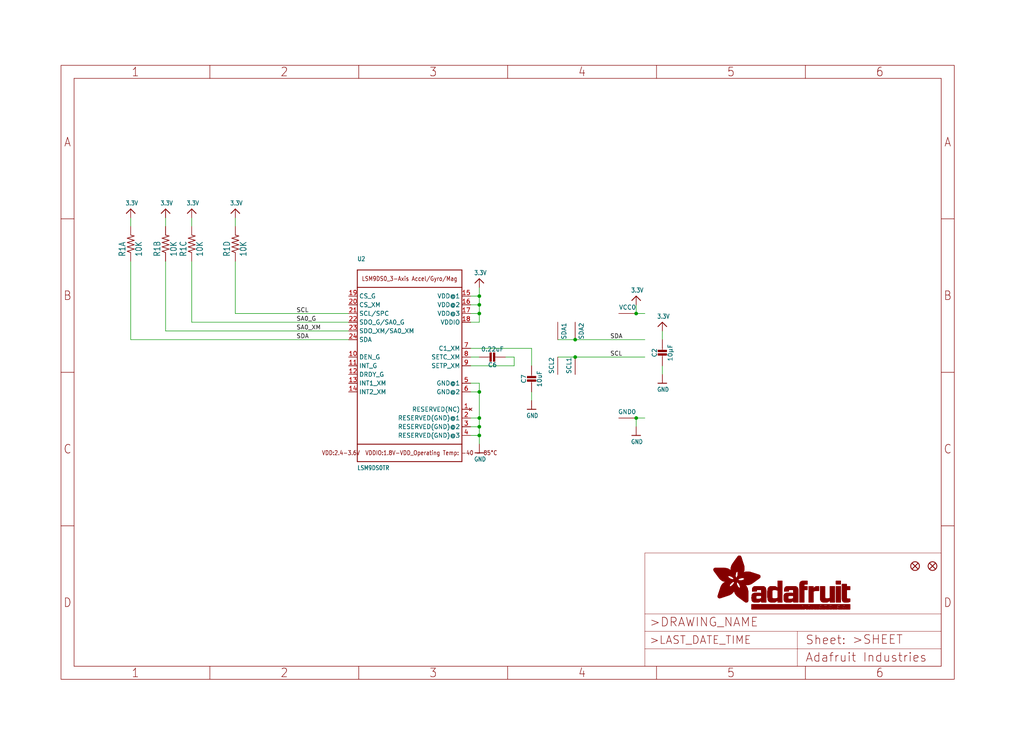
<source format=kicad_sch>
(kicad_sch (version 20211123) (generator eeschema)
  (paper "User" 298.45 217.881)
  (lib_symbols
    (symbol "schematicEagle-eagle-import:3.3V" (power)
      (property "Value" "3.3V" (at -1.524 1.016 0))
      (symbol "3.3V_1_0"
        (pin power_in line (at 0 -2.54 90) (length 2.54) (name "3.3V") (number "1"))
      )
    )
    (symbol "schematicEagle-eagle-import:CAP_CERAMIC0805-NOOUTLINE"
      (property "Reference" "C" (at -2.29 1.25 90))
      (property "Value" "CAP_CERAMIC0805-NOOUTLINE" (at 2.3 1.25 90))
      (symbol "CAP_CERAMIC0805-NOOUTLINE_1_0"
        (pin passive line (at 0 5.08 270) (length 2.54) (name "1") (number "1"))
        (pin passive line (at 0 -2.54 90) (length 2.54) (name "2") (number "2"))
      )
    )
    (symbol "schematicEagle-eagle-import:CAP_CERAMIC0805_10MGAP"
      (property "Reference" "C" (at -2.29 1.25 90))
      (property "Value" "CAP_CERAMIC0805_10MGAP" (at 2.3 1.25 90))
      (symbol "CAP_CERAMIC0805_10MGAP_1_0"
        (pin passive line (at 0 5.08 270) (length 2.54) (name "1") (number "1"))
        (pin passive line (at 0 -2.54 90) (length 2.54) (name "2") (number "2"))
      )
    )
    (symbol "schematicEagle-eagle-import:FIDUCIAL{dblquote}{dblquote}")
    (symbol "schematicEagle-eagle-import:FRAME_A4_ADAFRUIT"
      (symbol "FRAME_A4_ADAFRUIT_0_0"
        (text "1" (at 21.6958 1.905 0) (effects (font (size 2.54 2.286))))
        (text "1" (at 21.6958 177.165 0) (effects (font (size 2.54 2.286))))
        (text "2" (at 65.0875 1.905 0) (effects (font (size 2.54 2.286))))
        (text "2" (at 65.0875 177.165 0) (effects (font (size 2.54 2.286))))
        (text "3" (at 108.4792 1.905 0) (effects (font (size 2.54 2.286))))
        (text "3" (at 108.4792 177.165 0) (effects (font (size 2.54 2.286))))
        (text "4" (at 151.8708 1.905 0) (effects (font (size 2.54 2.286))))
        (text "4" (at 151.8708 177.165 0) (effects (font (size 2.54 2.286))))
        (text "5" (at 195.2625 1.905 0) (effects (font (size 2.54 2.286))))
        (text "5" (at 195.2625 177.165 0) (effects (font (size 2.54 2.286))))
        (text "6" (at 238.6542 1.905 0) (effects (font (size 2.54 2.286))))
        (text "6" (at 238.6542 177.165 0) (effects (font (size 2.54 2.286))))
        (text "A" (at 1.905 156.6863 0) (effects (font (size 2.54 2.286))))
        (text "A" (at 258.445 156.6863 0) (effects (font (size 2.54 2.286))))
        (text "B" (at 1.905 111.9188 0) (effects (font (size 2.54 2.286))))
        (text "B" (at 258.445 111.9188 0) (effects (font (size 2.54 2.286))))
        (text "C" (at 1.905 67.1513 0) (effects (font (size 2.54 2.286))))
        (text "C" (at 258.445 67.1513 0) (effects (font (size 2.54 2.286))))
        (text "D" (at 1.905 22.3838 0) (effects (font (size 2.54 2.286))))
        (text "D" (at 258.445 22.3838 0) (effects (font (size 2.54 2.286))))
      )
      (symbol "FRAME_A4_ADAFRUIT_1_0"
        (text ">DRAWING_NAME" (at 171.45 15.24 0) (effects (font (size 2.54 2.54)) (justify left bottom)))
        (text ">LAST_DATE_TIME" (at 171.45 10.16 0) (effects (font (size 2.286 2.286)) (justify left bottom)))
        (text ">SHEET" (at 230.505 10.16 0) (effects (font (size 2.54 2.54)) (justify left bottom)))
        (text "Adafruit Industries" (at 216.916 4.953 0) (effects (font (size 2.54 2.54)) (justify left bottom)))
        (text "Sheet:" (at 216.916 10.033 0) (effects (font (size 2.54 2.54)) (justify left bottom)))
      )
    )
    (symbol "schematicEagle-eagle-import:GND" (power)
      (property "Value" "GND" (at -1.524 -2.54 0))
      (symbol "GND_1_0"
        (pin power_in line (at 0 2.54 270) (length 2.54) (name "GND") (number "1"))
      )
    )
    (symbol "schematicEagle-eagle-import:LSM9DS0"
      (property "Reference" "U" (at -15.24 25.4 0))
      (property "Value" "LSM9DS0" (at -15.24 -35.56 0))
      (symbol "LSM9DS0_1_0"
        (text "LSM9DS0_3-Axis Accel/Gyro/Mag" (at 0 20.32 0) (effects (font (size 1.27 1.0795))))
        (text "VDD:2.4-3.6V  VDDIO:1.8V-VDD_Operating Temp: -40 - 85°C" (at 0 -30.48 0) (effects (font (size 1.27 1.0795))))
        (pin no_connect line (at 17.78 -17.78 180) (length 2.54) (name "RESERVED(NC)") (number "1"))
        (pin bidirectional line (at -17.78 -2.54 0) (length 2.54) (name "DEN_G") (number "10"))
        (pin bidirectional line (at -17.78 -5.08 0) (length 2.54) (name "INT_G") (number "11"))
        (pin bidirectional line (at -17.78 -7.62 0) (length 2.54) (name "DRDY_G") (number "12"))
        (pin bidirectional line (at -17.78 -10.16 0) (length 2.54) (name "INT1_XM") (number "13"))
        (pin bidirectional line (at -17.78 -12.7 0) (length 2.54) (name "INT2_XM") (number "14"))
        (pin power_in line (at 17.78 15.24 180) (length 2.54) (name "VDD@1") (number "15"))
        (pin power_in line (at 17.78 12.7 180) (length 2.54) (name "VDD@2") (number "16"))
        (pin power_in line (at 17.78 10.16 180) (length 2.54) (name "VDD@3") (number "17"))
        (pin power_in line (at 17.78 7.62 180) (length 2.54) (name "VDDIO") (number "18"))
        (pin bidirectional line (at -17.78 15.24 0) (length 2.54) (name "CS_G") (number "19"))
        (pin power_in line (at 17.78 -20.32 180) (length 2.54) (name "RESERVED(GND)@1") (number "2"))
        (pin bidirectional line (at -17.78 12.7 0) (length 2.54) (name "CS_XM") (number "20"))
        (pin bidirectional line (at -17.78 10.16 0) (length 2.54) (name "SCL/SPC") (number "21"))
        (pin bidirectional line (at -17.78 7.62 0) (length 2.54) (name "SDO_G/SA0_G") (number "22"))
        (pin bidirectional line (at -17.78 5.08 0) (length 2.54) (name "SDO_XM/SA0_XM") (number "23"))
        (pin bidirectional line (at -17.78 2.54 0) (length 2.54) (name "SDA") (number "24"))
        (pin power_in line (at 17.78 -22.86 180) (length 2.54) (name "RESERVED(GND)@2") (number "3"))
        (pin power_in line (at 17.78 -25.4 180) (length 2.54) (name "RESERVED(GND)@3") (number "4"))
        (pin power_in line (at 17.78 -10.16 180) (length 2.54) (name "GND@1") (number "5"))
        (pin power_in line (at 17.78 -12.7 180) (length 2.54) (name "GND@2") (number "6"))
        (pin bidirectional line (at 17.78 0 180) (length 2.54) (name "C1_XM") (number "7"))
        (pin bidirectional line (at 17.78 -2.54 180) (length 2.54) (name "SETC_XM") (number "8"))
        (pin bidirectional line (at 17.78 -5.08 180) (length 2.54) (name "SETP_XM") (number "9"))
      )
    )
    (symbol "schematicEagle-eagle-import:RESISTOR_4PACK_US"
      (property "Reference" "R" (at -3.81 1.4986 0))
      (property "Value" "RESISTOR_4PACK_US" (at -3.81 -3.302 0))
      (symbol "RESISTOR_4PACK_US_1_0"
        (pin passive line (at -5.08 0 0) (length 2.54) (name "1") (number "1"))
        (pin passive line (at 5.08 0 180) (length 2.54) (name "2") (number "8"))
      )
      (symbol "RESISTOR_4PACK_US_2_0"
        (pin passive line (at -5.08 0 0) (length 2.54) (name "1") (number "2"))
        (pin passive line (at 5.08 0 180) (length 2.54) (name "2") (number "7"))
      )
      (symbol "RESISTOR_4PACK_US_3_0"
        (pin passive line (at -5.08 0 0) (length 2.54) (name "1") (number "3"))
        (pin passive line (at 5.08 0 180) (length 2.54) (name "2") (number "6"))
      )
      (symbol "RESISTOR_4PACK_US_4_0"
        (pin passive line (at -5.08 0 0) (length 2.54) (name "1") (number "4"))
        (pin passive line (at 5.08 0 180) (length 2.54) (name "2") (number "5"))
      )
    )
    (symbol "schematicEagle-eagle-import:SEWTAP0.5IN"
      (property "Reference" "TP" (at 0 2.54 0))
      (symbol "SEWTAP0.5IN_1_0"
        (pin bidirectional line (at 0 0 180) (length 5.08) (name "SEW") (number "TAP"))
      )
    )
  )
  (junction (at 139.7 86.36))
  (junction (at 139.7 121.92))
  (junction (at 167.64 99.06))
  (junction (at 139.7 127))
  (junction (at 139.7 91.44))
  (junction (at 185.42 121.92))
  (junction (at 185.42 91.44))
  (junction (at 139.7 88.9))
  (junction (at 139.7 124.46))
  (junction (at 139.7 114.3))
  (junction (at 167.64 104.14))
  (wire (pts (xy 55.88 93.98) (xy 55.88 76.2)))
  (wire (pts (xy 139.7 91.44) (xy 139.7 88.9)))
  (wire (pts (xy 137.16 93.98) (xy 139.7 93.98)))
  (wire (pts (xy 139.7 114.3) (xy 139.7 121.92)))
  (wire (pts (xy 68.58 91.44) (xy 68.58 76.2)))
  (wire (pts (xy 185.42 121.92) (xy 185.42 124.46)))
  (wire (pts (xy 137.16 101.6) (xy 154.94 101.6)))
  (wire (pts (xy 167.64 104.14) (xy 162.56 104.14)))
  (wire (pts (xy 139.7 124.46) (xy 139.7 127)))
  (wire (pts (xy 137.16 106.68) (xy 149.86 106.68)))
  (wire (pts (xy 101.6 93.98) (xy 55.88 93.98)))
  (wire (pts (xy 137.16 86.36) (xy 139.7 86.36)))
  (wire (pts (xy 154.94 101.6) (xy 154.94 106.68)))
  (wire (pts (xy 187.96 121.92) (xy 185.42 121.92)))
  (wire (pts (xy 137.16 127) (xy 139.7 127)))
  (wire (pts (xy 137.16 121.92) (xy 139.7 121.92)))
  (wire (pts (xy 139.7 88.9) (xy 139.7 86.36)))
  (wire (pts (xy 187.96 104.14) (xy 167.64 104.14)))
  (wire (pts (xy 101.6 96.52) (xy 48.26 96.52)))
  (wire (pts (xy 48.26 96.52) (xy 48.26 76.2)))
  (wire (pts (xy 137.16 111.76) (xy 139.7 111.76)))
  (wire (pts (xy 193.04 106.68) (xy 193.04 109.22)))
  (wire (pts (xy 68.58 66.04) (xy 68.58 63.5)))
  (wire (pts (xy 167.64 99.06) (xy 162.56 99.06)))
  (wire (pts (xy 193.04 96.52) (xy 193.04 99.06)))
  (wire (pts (xy 55.88 66.04) (xy 55.88 63.5)))
  (wire (pts (xy 101.6 91.44) (xy 68.58 91.44)))
  (wire (pts (xy 139.7 111.76) (xy 139.7 114.3)))
  (wire (pts (xy 38.1 66.04) (xy 38.1 63.5)))
  (wire (pts (xy 48.26 66.04) (xy 48.26 63.5)))
  (wire (pts (xy 139.7 86.36) (xy 139.7 83.82)))
  (wire (pts (xy 187.96 99.06) (xy 167.64 99.06)))
  (wire (pts (xy 137.16 114.3) (xy 139.7 114.3)))
  (wire (pts (xy 139.7 127) (xy 139.7 129.54)))
  (wire (pts (xy 137.16 124.46) (xy 139.7 124.46)))
  (wire (pts (xy 137.16 88.9) (xy 139.7 88.9)))
  (wire (pts (xy 139.7 93.98) (xy 139.7 91.44)))
  (wire (pts (xy 139.7 121.92) (xy 139.7 124.46)))
  (wire (pts (xy 137.16 104.14) (xy 139.7 104.14)))
  (wire (pts (xy 38.1 99.06) (xy 38.1 76.2)))
  (wire (pts (xy 149.86 106.68) (xy 149.86 104.14)))
  (wire (pts (xy 154.94 114.3) (xy 154.94 116.84)))
  (wire (pts (xy 149.86 104.14) (xy 147.32 104.14)))
  (wire (pts (xy 187.96 91.44) (xy 185.42 91.44)))
  (wire (pts (xy 185.42 91.44) (xy 185.42 88.9)))
  (wire (pts (xy 137.16 91.44) (xy 139.7 91.44)))
  (wire (pts (xy 101.6 99.06) (xy 38.1 99.06)))
  (label "SDA" (at 86.36 99.06 0) (effects (font (size 1.2446 1.2446))))
  (label "SA0_XM" (at 86.36 96.52 0) (effects (font (size 1.2446 1.2446))))
  (label "SCL" (at 86.36 91.44 0) (effects (font (size 1.2446 1.2446))))
  (label "SCL" (at 177.8 104.14 0) (effects (font (size 1.2446 1.2446))))
  (label "SA0_G" (at 86.36 93.98 0) (effects (font (size 1.2446 1.2446))))
  (label "SDA" (at 177.8 99.06 0) (effects (font (size 1.2446 1.2446))))
  (symbol (lib_id "schematicEagle-eagle-import:GND") (at 193.04 111.76 0) (unit 1)
    (property "Reference" "#U$9" (effects hide))
    (property "Value" "GND" (at 191.516 114.3 0) (effects (font (size 1.27 1.0795)) (justify left bottom)))
    (property "Footprint" "schematicEagle:" (effects hide))
  )
  (symbol (lib_id "schematicEagle-eagle-import:3.3V") (at 139.7 81.28 0) (unit 1)
    (property "Reference" "#U$11" (effects hide))
    (property "Value" "3.3V" (at 138.176 80.264 0) (effects (font (size 1.27 1.0795)) (justify left bottom)))
    (property "Footprint" "schematicEagle:" (effects hide))
  )
  (symbol (lib_id "schematicEagle-eagle-import:CAP_CERAMIC0805-NOOUTLINE") (at 144.78 104.14 90) (unit 1)
    (property "Reference" "C6" (at 143.53 106.43 90))
    (property "Value" "0.22uF" (at 143.53 101.84 90))
    (property "Footprint" "schematicEagle:0805-NO" (effects hide))
  )
  (symbol (lib_id "schematicEagle-eagle-import:SEWTAP0.5IN") (at 167.64 99.06 270) (unit 1)
    (property "Reference" "SDA2" (at 170.18 99.06 0) (effects (justify right top)))
    (property "Value" "SEWTAP0.5IN" (effects hide))
    (property "Footprint" "schematicEagle:SEWINGTAP_0.5" (effects hide))
  )
  (symbol (lib_id "schematicEagle-eagle-import:SEWTAP0.5IN") (at 185.42 91.44 0) (unit 1)
    (property "Reference" "VCC0" (at 185.42 88.9 0) (effects (justify right top)))
    (property "Value" "SEWTAP0.5IN" (effects hide))
    (property "Footprint" "schematicEagle:SEWINGTAP_0.5" (effects hide))
  )
  (symbol (lib_id "schematicEagle-eagle-import:3.3V") (at 48.26 60.96 0) (unit 1)
    (property "Reference" "#U$3" (effects hide))
    (property "Value" "3.3V" (at 46.736 59.944 0) (effects (font (size 1.27 1.0795)) (justify left bottom)))
    (property "Footprint" "schematicEagle:" (effects hide))
  )
  (symbol (lib_id "schematicEagle-eagle-import:3.3V") (at 38.1 60.96 0) (unit 1)
    (property "Reference" "#U$2" (effects hide))
    (property "Value" "3.3V" (at 36.576 59.944 0) (effects (font (size 1.27 1.0795)) (justify left bottom)))
    (property "Footprint" "schematicEagle:" (effects hide))
  )
  (symbol (lib_id "schematicEagle-eagle-import:3.3V") (at 55.88 60.96 0) (unit 1)
    (property "Reference" "#U$7" (effects hide))
    (property "Value" "3.3V" (at 54.356 59.944 0) (effects (font (size 1.27 1.0795)) (justify left bottom)))
    (property "Footprint" "schematicEagle:" (effects hide))
  )
  (symbol (lib_id "schematicEagle-eagle-import:3.3V") (at 193.04 93.98 0) (unit 1)
    (property "Reference" "#U$6" (effects hide))
    (property "Value" "3.3V" (at 191.516 92.964 0) (effects (font (size 1.27 1.0795)) (justify left bottom)))
    (property "Footprint" "schematicEagle:" (effects hide))
  )
  (symbol (lib_id "schematicEagle-eagle-import:3.3V") (at 185.42 86.36 0) (unit 1)
    (property "Reference" "#U$5" (effects hide))
    (property "Value" "3.3V" (at 183.896 85.344 0) (effects (font (size 1.27 1.0795)) (justify left bottom)))
    (property "Footprint" "schematicEagle:" (effects hide))
  )
  (symbol (lib_id "schematicEagle-eagle-import:RESISTOR_4PACK_US") (at 38.1 71.12 90) (unit 1)
    (property "Reference" "R1" (at 36.6014 74.93 0) (effects (font (size 1.778 1.5113)) (justify left bottom)))
    (property "Value" "10K" (at 41.402 74.93 0) (effects (font (size 1.778 1.5113)) (justify left bottom)))
    (property "Footprint" "schematicEagle:RESPACK_4X0603" (effects hide))
  )
  (symbol (lib_id "schematicEagle-eagle-import:RESISTOR_4PACK_US") (at 55.88 71.12 90) (unit 3)
    (property "Reference" "R1" (at 54.3814 74.93 0) (effects (font (size 1.778 1.5113)) (justify left bottom)))
    (property "Value" "10K" (at 59.182 74.93 0) (effects (font (size 1.778 1.5113)) (justify left bottom)))
    (property "Footprint" "schematicEagle:RESPACK_4X0603" (effects hide))
  )
  (symbol (lib_id "schematicEagle-eagle-import:GND") (at 139.7 132.08 0) (unit 1)
    (property "Reference" "#U$12" (effects hide))
    (property "Value" "GND" (at 138.176 134.62 0) (effects (font (size 1.27 1.0795)) (justify left bottom)))
    (property "Footprint" "schematicEagle:" (effects hide))
  )
  (symbol (lib_id "schematicEagle-eagle-import:FRAME_A4_ADAFRUIT") (at 17.78 198.12 0) (unit 1)
    (property "Reference" "#U$1" (effects hide))
    (property "Value" "FRAME_A4_ADAFRUIT" (effects hide))
    (property "Footprint" "schematicEagle:" (effects hide))
  )
  (symbol (lib_id "schematicEagle-eagle-import:RESISTOR_4PACK_US") (at 48.26 71.12 90) (unit 2)
    (property "Reference" "R1" (at 46.7614 74.93 0) (effects (font (size 1.778 1.5113)) (justify left bottom)))
    (property "Value" "10K" (at 51.562 74.93 0) (effects (font (size 1.778 1.5113)) (justify left bottom)))
    (property "Footprint" "schematicEagle:RESPACK_4X0603" (effects hide))
  )
  (symbol (lib_id "schematicEagle-eagle-import:SEWTAP0.5IN") (at 162.56 99.06 270) (unit 1)
    (property "Reference" "SDA1" (at 165.1 99.06 0) (effects (justify right top)))
    (property "Value" "SEWTAP0.5IN" (effects hide))
    (property "Footprint" "schematicEagle:SEWINGTAP_0.5" (effects hide))
  )
  (symbol (lib_id "schematicEagle-eagle-import:SEWTAP0.5IN") (at 162.56 104.14 90) (unit 1)
    (property "Reference" "SCL2" (at 160.02 104.14 0) (effects (justify right top)))
    (property "Value" "SEWTAP0.5IN" (effects hide))
    (property "Footprint" "schematicEagle:SEWINGTAP_0.5" (effects hide))
  )
  (symbol (lib_id "schematicEagle-eagle-import:GND") (at 185.42 127 0) (unit 1)
    (property "Reference" "#U$10" (effects hide))
    (property "Value" "GND" (at 183.896 129.54 0) (effects (font (size 1.27 1.0795)) (justify left bottom)))
    (property "Footprint" "schematicEagle:" (effects hide))
  )
  (symbol (lib_id "schematicEagle-eagle-import:FIDUCIAL{dblquote}{dblquote}") (at 266.7 165.1 0) (unit 1)
    (property "Reference" "FID2" (effects hide))
    (property "Value" "FIDUCIAL{dblquote}{dblquote}" (effects hide))
    (property "Footprint" "schematicEagle:FIDUCIAL_1MM" (effects hide))
  )
  (symbol (lib_id "schematicEagle-eagle-import:SEWTAP0.5IN") (at 167.64 104.14 90) (unit 1)
    (property "Reference" "SCL1" (at 165.1 104.14 0) (effects (justify right top)))
    (property "Value" "SEWTAP0.5IN" (effects hide))
    (property "Footprint" "schematicEagle:SEWINGTAP_0.5" (effects hide))
  )
  (symbol (lib_id "schematicEagle-eagle-import:FIDUCIAL{dblquote}{dblquote}") (at 271.78 165.1 0) (unit 1)
    (property "Reference" "FID1" (effects hide))
    (property "Value" "FIDUCIAL{dblquote}{dblquote}" (effects hide))
    (property "Footprint" "schematicEagle:FIDUCIAL_1MM" (effects hide))
  )
  (symbol (lib_id "schematicEagle-eagle-import:LSM9DS0") (at 119.38 101.6 0) (unit 1)
    (property "Reference" "U2" (at 104.14 76.2 0) (effects (font (size 1.27 1.0795)) (justify left bottom)))
    (property "Value" "LSM9DS0TR" (at 104.14 137.16 0) (effects (font (size 1.27 1.0795)) (justify left bottom)))
    (property "Footprint" "schematicEagle:LGA24_4X4MM" (effects hide))
  )
  (symbol (lib_id "schematicEagle-eagle-import:CAP_CERAMIC0805-NOOUTLINE") (at 154.94 111.76 0) (unit 1)
    (property "Reference" "C7" (at 152.65 110.51 90))
    (property "Value" "10uF" (at 157.24 110.51 90))
    (property "Footprint" "schematicEagle:0805-NO" (effects hide))
  )
  (symbol (lib_id "schematicEagle-eagle-import:3.3V") (at 68.58 60.96 0) (unit 1)
    (property "Reference" "#U$8" (effects hide))
    (property "Value" "3.3V" (at 67.056 59.944 0) (effects (font (size 1.27 1.0795)) (justify left bottom)))
    (property "Footprint" "schematicEagle:" (effects hide))
  )
  (symbol (lib_id "schematicEagle-eagle-import:GND") (at 154.94 119.38 0) (unit 1)
    (property "Reference" "#U$19" (effects hide))
    (property "Value" "GND" (at 153.416 121.92 0) (effects (font (size 1.27 1.0795)) (justify left bottom)))
    (property "Footprint" "schematicEagle:" (effects hide))
  )
  (symbol (lib_id "schematicEagle-eagle-import:RESISTOR_4PACK_US") (at 68.58 71.12 90) (unit 4)
    (property "Reference" "R1" (at 67.0814 74.93 0) (effects (font (size 1.778 1.5113)) (justify left bottom)))
    (property "Value" "10K" (at 71.882 74.93 0) (effects (font (size 1.778 1.5113)) (justify left bottom)))
    (property "Footprint" "schematicEagle:RESPACK_4X0603" (effects hide))
  )
  (symbol (lib_id "schematicEagle-eagle-import:CAP_CERAMIC0805_10MGAP") (at 193.04 104.14 0) (unit 1)
    (property "Reference" "C2" (at 190.75 102.89 90))
    (property "Value" "10µF" (at 195.34 102.89 90))
    (property "Footprint" "schematicEagle:0805_10MGAP" (effects hide))
  )
  (symbol (lib_id "schematicEagle-eagle-import:SEWTAP0.5IN") (at 185.42 121.92 0) (unit 1)
    (property "Reference" "GND0" (at 185.42 119.38 0) (effects (justify right top)))
    (property "Value" "SEWTAP0.5IN" (effects hide))
    (property "Footprint" "schematicEagle:SEWINGTAP_0.5" (effects hide))
  )
)
</source>
